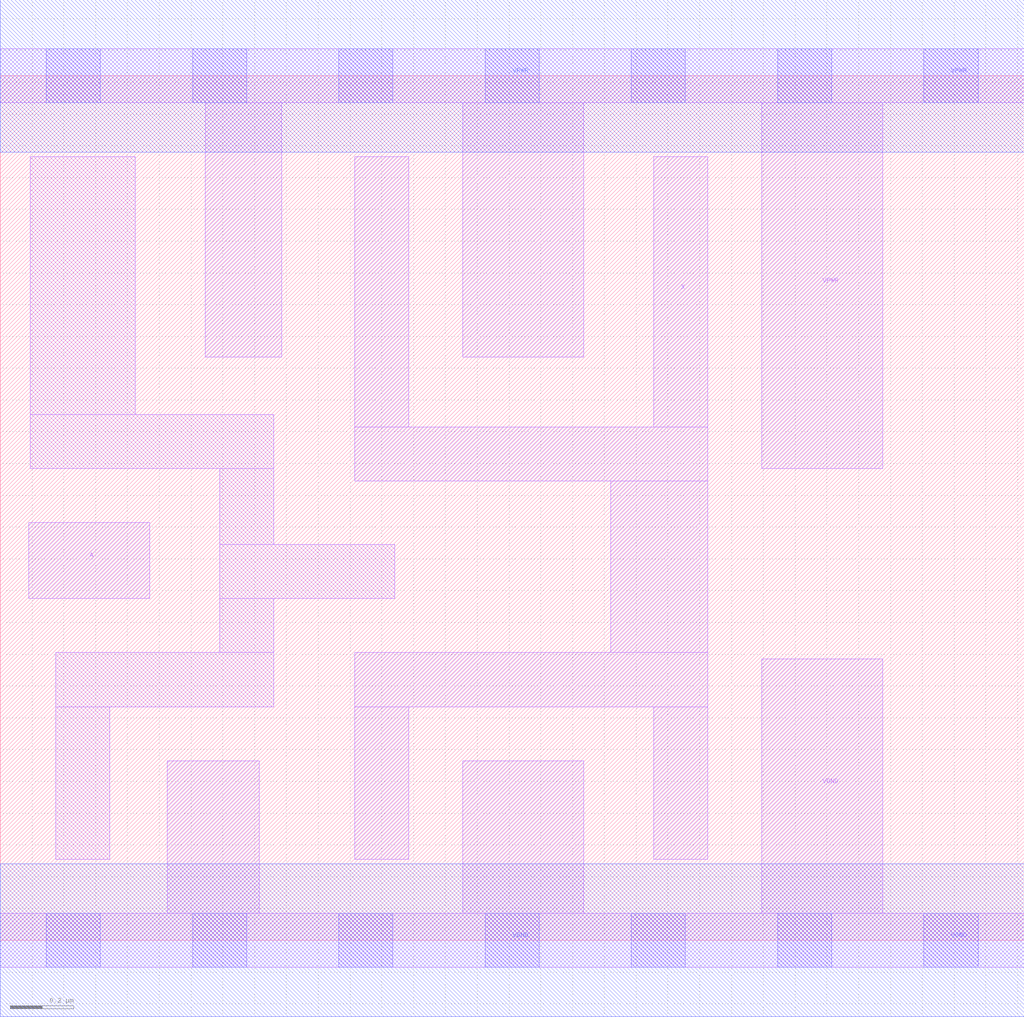
<source format=lef>
# Copyright 2020 The SkyWater PDK Authors
#
# Licensed under the Apache License, Version 2.0 (the "License");
# you may not use this file except in compliance with the License.
# You may obtain a copy of the License at
#
#     https://www.apache.org/licenses/LICENSE-2.0
#
# Unless required by applicable law or agreed to in writing, software
# distributed under the License is distributed on an "AS IS" BASIS,
# WITHOUT WARRANTIES OR CONDITIONS OF ANY KIND, either express or implied.
# See the License for the specific language governing permissions and
# limitations under the License.
#
# SPDX-License-Identifier: Apache-2.0

VERSION 5.7 ;
  NAMESCASESENSITIVE ON ;
  NOWIREEXTENSIONATPIN ON ;
  DIVIDERCHAR "/" ;
  BUSBITCHARS "[]" ;
UNITS
  DATABASE MICRONS 200 ;
END UNITS
PROPERTYDEFINITIONS
  MACRO maskLayoutSubType STRING ;
  MACRO prCellType STRING ;
  MACRO originalViewName STRING ;
END PROPERTYDEFINITIONS
MACRO sky130_fd_sc_hdll__buf_4
  CLASS CORE ;
  FOREIGN sky130_fd_sc_hdll__buf_4 ;
  ORIGIN  0.000000  0.000000 ;
  SIZE  3.220000 BY  2.720000 ;
  SYMMETRY X Y R90 ;
  SITE unithd ;
  PIN A
    ANTENNAGATEAREA  0.277500 ;
    DIRECTION INPUT ;
    USE SIGNAL ;
    PORT
      LAYER li1 ;
        RECT 0.090000 1.075000 0.470000 1.315000 ;
    END
  END A
  PIN X
    ANTENNADIFFAREA  0.996000 ;
    DIRECTION OUTPUT ;
    USE SIGNAL ;
    PORT
      LAYER li1 ;
        RECT 1.115000 0.255000 1.285000 0.735000 ;
        RECT 1.115000 0.735000 2.225000 0.905000 ;
        RECT 1.115000 1.445000 2.225000 1.615000 ;
        RECT 1.115000 1.615000 1.285000 2.465000 ;
        RECT 1.920000 0.905000 2.225000 1.445000 ;
        RECT 2.055000 0.255000 2.225000 0.735000 ;
        RECT 2.055000 1.615000 2.225000 2.465000 ;
    END
  END X
  PIN VGND
    DIRECTION INOUT ;
    USE GROUND ;
    PORT
      LAYER li1 ;
        RECT 0.000000 -0.085000 3.220000 0.085000 ;
        RECT 0.525000  0.085000 0.815000 0.565000 ;
        RECT 1.455000  0.085000 1.835000 0.565000 ;
        RECT 2.395000  0.085000 2.775000 0.885000 ;
      LAYER mcon ;
        RECT 0.145000 -0.085000 0.315000 0.085000 ;
        RECT 0.605000 -0.085000 0.775000 0.085000 ;
        RECT 1.065000 -0.085000 1.235000 0.085000 ;
        RECT 1.525000 -0.085000 1.695000 0.085000 ;
        RECT 1.985000 -0.085000 2.155000 0.085000 ;
        RECT 2.445000 -0.085000 2.615000 0.085000 ;
        RECT 2.905000 -0.085000 3.075000 0.085000 ;
      LAYER met1 ;
        RECT 0.000000 -0.240000 3.220000 0.240000 ;
    END
  END VGND
  PIN VPWR
    DIRECTION INOUT ;
    USE POWER ;
    PORT
      LAYER li1 ;
        RECT 0.000000 2.635000 3.220000 2.805000 ;
        RECT 0.645000 1.835000 0.885000 2.635000 ;
        RECT 1.455000 1.835000 1.835000 2.635000 ;
        RECT 2.395000 1.485000 2.775000 2.635000 ;
      LAYER mcon ;
        RECT 0.145000 2.635000 0.315000 2.805000 ;
        RECT 0.605000 2.635000 0.775000 2.805000 ;
        RECT 1.065000 2.635000 1.235000 2.805000 ;
        RECT 1.525000 2.635000 1.695000 2.805000 ;
        RECT 1.985000 2.635000 2.155000 2.805000 ;
        RECT 2.445000 2.635000 2.615000 2.805000 ;
        RECT 2.905000 2.635000 3.075000 2.805000 ;
      LAYER met1 ;
        RECT 0.000000 2.480000 3.220000 2.960000 ;
    END
  END VPWR
  OBS
    LAYER li1 ;
      RECT 0.095000 1.485000 0.860000 1.655000 ;
      RECT 0.095000 1.655000 0.425000 2.465000 ;
      RECT 0.175000 0.255000 0.345000 0.735000 ;
      RECT 0.175000 0.735000 0.860000 0.905000 ;
      RECT 0.690000 0.905000 0.860000 1.075000 ;
      RECT 0.690000 1.075000 1.240000 1.245000 ;
      RECT 0.690000 1.245000 0.860000 1.485000 ;
  END
  PROPERTY maskLayoutSubType "abstract" ;
  PROPERTY prCellType "standard" ;
  PROPERTY originalViewName "layout" ;
END sky130_fd_sc_hdll__buf_4

</source>
